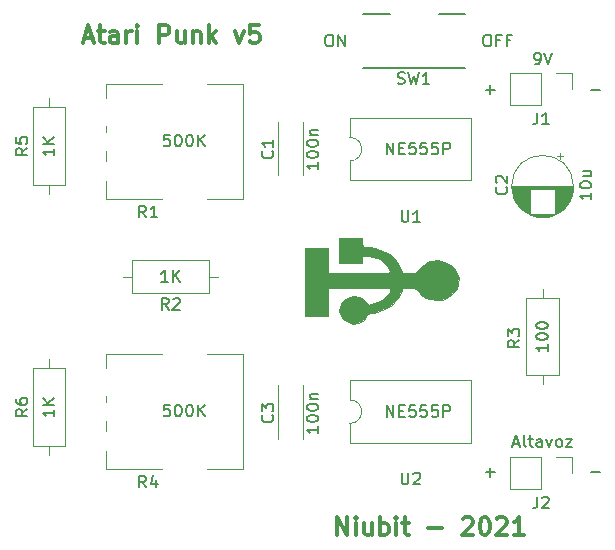
<source format=gbr>
%TF.GenerationSoftware,KiCad,Pcbnew,5.1.6-c6e7f7d~87~ubuntu18.04.1*%
%TF.CreationDate,2021-05-03T12:22:11+02:00*%
%TF.ProjectId,atari_punk,61746172-695f-4707-956e-6b2e6b696361,rev?*%
%TF.SameCoordinates,Original*%
%TF.FileFunction,Legend,Top*%
%TF.FilePolarity,Positive*%
%FSLAX46Y46*%
G04 Gerber Fmt 4.6, Leading zero omitted, Abs format (unit mm)*
G04 Created by KiCad (PCBNEW 5.1.6-c6e7f7d~87~ubuntu18.04.1) date 2021-05-03 12:22:11*
%MOMM*%
%LPD*%
G01*
G04 APERTURE LIST*
%ADD10C,0.150000*%
%ADD11C,0.300000*%
%ADD12C,0.120000*%
%ADD13C,0.010000*%
%ADD14O,2.300000X3.600000*%
%ADD15O,1.600000X2.600000*%
%ADD16R,1.600000X2.600000*%
%ADD17O,1.800000X1.800000*%
%ADD18R,1.800000X1.800000*%
%ADD19O,1.700000X1.700000*%
%ADD20C,1.700000*%
%ADD21R,1.700000X1.700000*%
%ADD22R,1.900000X1.900000*%
%ADD23C,1.900000*%
%ADD24O,3.340000X2.820000*%
G04 APERTURE END LIST*
D10*
X127952619Y-99528380D02*
X128143095Y-99528380D01*
X128238333Y-99576000D01*
X128333571Y-99671238D01*
X128381190Y-99861714D01*
X128381190Y-100195047D01*
X128333571Y-100385523D01*
X128238333Y-100480761D01*
X128143095Y-100528380D01*
X127952619Y-100528380D01*
X127857380Y-100480761D01*
X127762142Y-100385523D01*
X127714523Y-100195047D01*
X127714523Y-99861714D01*
X127762142Y-99671238D01*
X127857380Y-99576000D01*
X127952619Y-99528380D01*
X129143095Y-100004571D02*
X128809761Y-100004571D01*
X128809761Y-100528380D02*
X128809761Y-99528380D01*
X129285952Y-99528380D01*
X130000238Y-100004571D02*
X129666904Y-100004571D01*
X129666904Y-100528380D02*
X129666904Y-99528380D01*
X130143095Y-99528380D01*
X114569952Y-99528380D02*
X114760428Y-99528380D01*
X114855666Y-99576000D01*
X114950904Y-99671238D01*
X114998523Y-99861714D01*
X114998523Y-100195047D01*
X114950904Y-100385523D01*
X114855666Y-100480761D01*
X114760428Y-100528380D01*
X114569952Y-100528380D01*
X114474714Y-100480761D01*
X114379476Y-100385523D01*
X114331857Y-100195047D01*
X114331857Y-99861714D01*
X114379476Y-99671238D01*
X114474714Y-99576000D01*
X114569952Y-99528380D01*
X115427095Y-100528380D02*
X115427095Y-99528380D01*
X115998523Y-100528380D01*
X115998523Y-99528380D01*
D11*
X115332857Y-141902571D02*
X115332857Y-140402571D01*
X116190000Y-141902571D01*
X116190000Y-140402571D01*
X116904285Y-141902571D02*
X116904285Y-140902571D01*
X116904285Y-140402571D02*
X116832857Y-140474000D01*
X116904285Y-140545428D01*
X116975714Y-140474000D01*
X116904285Y-140402571D01*
X116904285Y-140545428D01*
X118261428Y-140902571D02*
X118261428Y-141902571D01*
X117618571Y-140902571D02*
X117618571Y-141688285D01*
X117690000Y-141831142D01*
X117832857Y-141902571D01*
X118047142Y-141902571D01*
X118190000Y-141831142D01*
X118261428Y-141759714D01*
X118975714Y-141902571D02*
X118975714Y-140402571D01*
X118975714Y-140974000D02*
X119118571Y-140902571D01*
X119404285Y-140902571D01*
X119547142Y-140974000D01*
X119618571Y-141045428D01*
X119690000Y-141188285D01*
X119690000Y-141616857D01*
X119618571Y-141759714D01*
X119547142Y-141831142D01*
X119404285Y-141902571D01*
X119118571Y-141902571D01*
X118975714Y-141831142D01*
X120332857Y-141902571D02*
X120332857Y-140902571D01*
X120332857Y-140402571D02*
X120261428Y-140474000D01*
X120332857Y-140545428D01*
X120404285Y-140474000D01*
X120332857Y-140402571D01*
X120332857Y-140545428D01*
X120832857Y-140902571D02*
X121404285Y-140902571D01*
X121047142Y-140402571D02*
X121047142Y-141688285D01*
X121118571Y-141831142D01*
X121261428Y-141902571D01*
X121404285Y-141902571D01*
X123047142Y-141331142D02*
X124190000Y-141331142D01*
X125975714Y-140545428D02*
X126047142Y-140474000D01*
X126190000Y-140402571D01*
X126547142Y-140402571D01*
X126690000Y-140474000D01*
X126761428Y-140545428D01*
X126832857Y-140688285D01*
X126832857Y-140831142D01*
X126761428Y-141045428D01*
X125904285Y-141902571D01*
X126832857Y-141902571D01*
X127761428Y-140402571D02*
X127904285Y-140402571D01*
X128047142Y-140474000D01*
X128118571Y-140545428D01*
X128190000Y-140688285D01*
X128261428Y-140974000D01*
X128261428Y-141331142D01*
X128190000Y-141616857D01*
X128118571Y-141759714D01*
X128047142Y-141831142D01*
X127904285Y-141902571D01*
X127761428Y-141902571D01*
X127618571Y-141831142D01*
X127547142Y-141759714D01*
X127475714Y-141616857D01*
X127404285Y-141331142D01*
X127404285Y-140974000D01*
X127475714Y-140688285D01*
X127547142Y-140545428D01*
X127618571Y-140474000D01*
X127761428Y-140402571D01*
X128832857Y-140545428D02*
X128904285Y-140474000D01*
X129047142Y-140402571D01*
X129404285Y-140402571D01*
X129547142Y-140474000D01*
X129618571Y-140545428D01*
X129690000Y-140688285D01*
X129690000Y-140831142D01*
X129618571Y-141045428D01*
X128761428Y-141902571D01*
X129690000Y-141902571D01*
X131118571Y-141902571D02*
X130261428Y-141902571D01*
X130690000Y-141902571D02*
X130690000Y-140402571D01*
X130547142Y-140616857D01*
X130404285Y-140759714D01*
X130261428Y-140831142D01*
X93917428Y-99818000D02*
X94631714Y-99818000D01*
X93774571Y-100246571D02*
X94274571Y-98746571D01*
X94774571Y-100246571D01*
X95060285Y-99246571D02*
X95631714Y-99246571D01*
X95274571Y-98746571D02*
X95274571Y-100032285D01*
X95346000Y-100175142D01*
X95488857Y-100246571D01*
X95631714Y-100246571D01*
X96774571Y-100246571D02*
X96774571Y-99460857D01*
X96703142Y-99318000D01*
X96560285Y-99246571D01*
X96274571Y-99246571D01*
X96131714Y-99318000D01*
X96774571Y-100175142D02*
X96631714Y-100246571D01*
X96274571Y-100246571D01*
X96131714Y-100175142D01*
X96060285Y-100032285D01*
X96060285Y-99889428D01*
X96131714Y-99746571D01*
X96274571Y-99675142D01*
X96631714Y-99675142D01*
X96774571Y-99603714D01*
X97488857Y-100246571D02*
X97488857Y-99246571D01*
X97488857Y-99532285D02*
X97560285Y-99389428D01*
X97631714Y-99318000D01*
X97774571Y-99246571D01*
X97917428Y-99246571D01*
X98417428Y-100246571D02*
X98417428Y-99246571D01*
X98417428Y-98746571D02*
X98346000Y-98818000D01*
X98417428Y-98889428D01*
X98488857Y-98818000D01*
X98417428Y-98746571D01*
X98417428Y-98889428D01*
X100274571Y-100246571D02*
X100274571Y-98746571D01*
X100846000Y-98746571D01*
X100988857Y-98818000D01*
X101060285Y-98889428D01*
X101131714Y-99032285D01*
X101131714Y-99246571D01*
X101060285Y-99389428D01*
X100988857Y-99460857D01*
X100846000Y-99532285D01*
X100274571Y-99532285D01*
X102417428Y-99246571D02*
X102417428Y-100246571D01*
X101774571Y-99246571D02*
X101774571Y-100032285D01*
X101846000Y-100175142D01*
X101988857Y-100246571D01*
X102203142Y-100246571D01*
X102346000Y-100175142D01*
X102417428Y-100103714D01*
X103131714Y-99246571D02*
X103131714Y-100246571D01*
X103131714Y-99389428D02*
X103203142Y-99318000D01*
X103346000Y-99246571D01*
X103560285Y-99246571D01*
X103703142Y-99318000D01*
X103774571Y-99460857D01*
X103774571Y-100246571D01*
X104488857Y-100246571D02*
X104488857Y-98746571D01*
X104631714Y-99675142D02*
X105060285Y-100246571D01*
X105060285Y-99246571D02*
X104488857Y-99818000D01*
X106703142Y-99246571D02*
X107060285Y-100246571D01*
X107417428Y-99246571D01*
X108703142Y-98746571D02*
X107988857Y-98746571D01*
X107917428Y-99460857D01*
X107988857Y-99389428D01*
X108131714Y-99318000D01*
X108488857Y-99318000D01*
X108631714Y-99389428D01*
X108703142Y-99460857D01*
X108774571Y-99603714D01*
X108774571Y-99960857D01*
X108703142Y-100103714D01*
X108631714Y-100175142D01*
X108488857Y-100246571D01*
X108131714Y-100246571D01*
X107988857Y-100175142D01*
X107917428Y-100103714D01*
D10*
X130238809Y-134151666D02*
X130715000Y-134151666D01*
X130143571Y-134437380D02*
X130476904Y-133437380D01*
X130810238Y-134437380D01*
X131286428Y-134437380D02*
X131191190Y-134389761D01*
X131143571Y-134294523D01*
X131143571Y-133437380D01*
X131524523Y-133770714D02*
X131905476Y-133770714D01*
X131667380Y-133437380D02*
X131667380Y-134294523D01*
X131715000Y-134389761D01*
X131810238Y-134437380D01*
X131905476Y-134437380D01*
X132667380Y-134437380D02*
X132667380Y-133913571D01*
X132619761Y-133818333D01*
X132524523Y-133770714D01*
X132334047Y-133770714D01*
X132238809Y-133818333D01*
X132667380Y-134389761D02*
X132572142Y-134437380D01*
X132334047Y-134437380D01*
X132238809Y-134389761D01*
X132191190Y-134294523D01*
X132191190Y-134199285D01*
X132238809Y-134104047D01*
X132334047Y-134056428D01*
X132572142Y-134056428D01*
X132667380Y-134008809D01*
X133048333Y-133770714D02*
X133286428Y-134437380D01*
X133524523Y-133770714D01*
X134048333Y-134437380D02*
X133953095Y-134389761D01*
X133905476Y-134342142D01*
X133857857Y-134246904D01*
X133857857Y-133961190D01*
X133905476Y-133865952D01*
X133953095Y-133818333D01*
X134048333Y-133770714D01*
X134191190Y-133770714D01*
X134286428Y-133818333D01*
X134334047Y-133865952D01*
X134381666Y-133961190D01*
X134381666Y-134246904D01*
X134334047Y-134342142D01*
X134286428Y-134389761D01*
X134191190Y-134437380D01*
X134048333Y-134437380D01*
X134715000Y-133770714D02*
X135238809Y-133770714D01*
X134715000Y-134437380D01*
X135238809Y-134437380D01*
X136779047Y-136596428D02*
X137540952Y-136596428D01*
X127889047Y-136596428D02*
X128650952Y-136596428D01*
X128270000Y-136977380D02*
X128270000Y-136215476D01*
X132095952Y-102052380D02*
X132286428Y-102052380D01*
X132381666Y-102004761D01*
X132429285Y-101957142D01*
X132524523Y-101814285D01*
X132572142Y-101623809D01*
X132572142Y-101242857D01*
X132524523Y-101147619D01*
X132476904Y-101100000D01*
X132381666Y-101052380D01*
X132191190Y-101052380D01*
X132095952Y-101100000D01*
X132048333Y-101147619D01*
X132000714Y-101242857D01*
X132000714Y-101480952D01*
X132048333Y-101576190D01*
X132095952Y-101623809D01*
X132191190Y-101671428D01*
X132381666Y-101671428D01*
X132476904Y-101623809D01*
X132524523Y-101576190D01*
X132572142Y-101480952D01*
X132857857Y-101052380D02*
X133191190Y-102052380D01*
X133524523Y-101052380D01*
X136779047Y-104211428D02*
X137540952Y-104211428D01*
X127889047Y-104211428D02*
X128650952Y-104211428D01*
X128270000Y-104592380D02*
X128270000Y-103830476D01*
%TO.C,SW1*%
X126125000Y-102376000D02*
X117525000Y-102376000D01*
X126125000Y-97776000D02*
X123925000Y-97776000D01*
X119825000Y-97776000D02*
X117525000Y-97776000D01*
D12*
%TO.C,J2*%
X135188000Y-135322000D02*
X135188000Y-136652000D01*
X133858000Y-135322000D02*
X135188000Y-135322000D01*
X132588000Y-135322000D02*
X132588000Y-137982000D01*
X132588000Y-137982000D02*
X129988000Y-137982000D01*
X132588000Y-135322000D02*
X129988000Y-135322000D01*
X129988000Y-135322000D02*
X129988000Y-137982000D01*
%TO.C,J1*%
X135188000Y-102810000D02*
X135188000Y-104140000D01*
X133858000Y-102810000D02*
X135188000Y-102810000D01*
X132588000Y-102810000D02*
X132588000Y-105470000D01*
X132588000Y-105470000D02*
X129988000Y-105470000D01*
X132588000Y-102810000D02*
X129988000Y-102810000D01*
X129988000Y-102810000D02*
X129988000Y-105470000D01*
%TO.C,R6*%
X90932000Y-127024000D02*
X90932000Y-127794000D01*
X90932000Y-135104000D02*
X90932000Y-134334000D01*
X89562000Y-127794000D02*
X89562000Y-134334000D01*
X92302000Y-127794000D02*
X89562000Y-127794000D01*
X92302000Y-134334000D02*
X92302000Y-127794000D01*
X89562000Y-134334000D02*
X92302000Y-134334000D01*
%TO.C,R5*%
X90932000Y-104926000D02*
X90932000Y-105696000D01*
X90932000Y-113006000D02*
X90932000Y-112236000D01*
X89562000Y-105696000D02*
X89562000Y-112236000D01*
X92302000Y-105696000D02*
X89562000Y-105696000D01*
X92302000Y-112236000D02*
X92302000Y-105696000D01*
X89562000Y-112236000D02*
X92302000Y-112236000D01*
D13*
%TO.C,G\u002A\u002A\u002A*%
G36*
X125600012Y-120596677D02*
G01*
X125446386Y-121036436D01*
X125156827Y-121437209D01*
X124733255Y-121773886D01*
X124594730Y-121851282D01*
X124192090Y-121978983D01*
X123717597Y-122008660D01*
X123234348Y-121944578D01*
X122805438Y-121791002D01*
X122688069Y-121722399D01*
X122443936Y-121529789D01*
X122244018Y-121319045D01*
X122187706Y-121237063D01*
X122104542Y-121108444D01*
X122007823Y-121034422D01*
X121852012Y-120999905D01*
X121591573Y-120989798D01*
X121439894Y-120989202D01*
X121125059Y-120991714D01*
X120939752Y-121009799D01*
X120844168Y-121058242D01*
X120798504Y-121151829D01*
X120778730Y-121234793D01*
X120676875Y-121491111D01*
X120489558Y-121804100D01*
X120256525Y-122116427D01*
X120017519Y-122370759D01*
X119953997Y-122424513D01*
X119589166Y-122655416D01*
X119134729Y-122864427D01*
X118670066Y-123018763D01*
X118372045Y-123077830D01*
X118099440Y-123125045D01*
X117932097Y-123208322D01*
X117805942Y-123363250D01*
X117779376Y-123407049D01*
X117487492Y-123757813D01*
X117123416Y-123959864D01*
X116705262Y-124007733D01*
X116251144Y-123895953D01*
X116213469Y-123879802D01*
X115864343Y-123644008D01*
X115630255Y-123318480D01*
X115521227Y-122940800D01*
X115547284Y-122548549D01*
X115718450Y-122179310D01*
X115749034Y-122138564D01*
X116044211Y-121876455D01*
X116406484Y-121721283D01*
X116796856Y-121671541D01*
X117176330Y-121725722D01*
X117505908Y-121882317D01*
X117746594Y-122139819D01*
X117787204Y-122217355D01*
X117907905Y-122372849D01*
X118018311Y-122395936D01*
X118440180Y-122284116D01*
X118738377Y-122191879D01*
X118954047Y-122099960D01*
X119128335Y-121989093D01*
X119302386Y-121840012D01*
X119396485Y-121750613D01*
X119629109Y-121497631D01*
X119771538Y-121282119D01*
X119803333Y-121173565D01*
X119803333Y-120988667D01*
X114554000Y-120988667D01*
X114554000Y-123359334D01*
X112606667Y-123359334D01*
X112606667Y-117602000D01*
X114554000Y-117602000D01*
X114554000Y-119718667D01*
X117178667Y-119718667D01*
X117914473Y-119718221D01*
X118498432Y-119716189D01*
X118948030Y-119711527D01*
X119280751Y-119703191D01*
X119514081Y-119690138D01*
X119665505Y-119671324D01*
X119752510Y-119645706D01*
X119792579Y-119612241D01*
X119803199Y-119569885D01*
X119803333Y-119562037D01*
X119737111Y-119342242D01*
X119563953Y-119080116D01*
X119322128Y-118820452D01*
X119049903Y-118608040D01*
X118931633Y-118541708D01*
X118670574Y-118438798D01*
X118352153Y-118345975D01*
X118025756Y-118273531D01*
X117740767Y-118231756D01*
X117546571Y-118230942D01*
X117505249Y-118244469D01*
X117456266Y-118351560D01*
X117432975Y-118553594D01*
X117432667Y-118580664D01*
X117432667Y-118872000D01*
X115485333Y-118872000D01*
X115485333Y-116755334D01*
X117422931Y-116755334D01*
X117448965Y-117115167D01*
X117475000Y-117475000D01*
X117992478Y-117532089D01*
X118544476Y-117614063D01*
X118996205Y-117735962D01*
X119415639Y-117918536D01*
X119613551Y-118026935D01*
X120041851Y-118351918D01*
X120415669Y-118780952D01*
X120686433Y-119254951D01*
X120740599Y-119397976D01*
X120846437Y-119718667D01*
X121927393Y-119718667D01*
X122369020Y-119266325D01*
X122649659Y-119001223D01*
X122891538Y-118836224D01*
X123154398Y-118733699D01*
X123257321Y-118706828D01*
X123841032Y-118641796D01*
X124383327Y-118739534D01*
X124816752Y-118949937D01*
X125226074Y-119294560D01*
X125491777Y-119700630D01*
X125615783Y-120143039D01*
X125600012Y-120596677D01*
G37*
X125600012Y-120596677D02*
X125446386Y-121036436D01*
X125156827Y-121437209D01*
X124733255Y-121773886D01*
X124594730Y-121851282D01*
X124192090Y-121978983D01*
X123717597Y-122008660D01*
X123234348Y-121944578D01*
X122805438Y-121791002D01*
X122688069Y-121722399D01*
X122443936Y-121529789D01*
X122244018Y-121319045D01*
X122187706Y-121237063D01*
X122104542Y-121108444D01*
X122007823Y-121034422D01*
X121852012Y-120999905D01*
X121591573Y-120989798D01*
X121439894Y-120989202D01*
X121125059Y-120991714D01*
X120939752Y-121009799D01*
X120844168Y-121058242D01*
X120798504Y-121151829D01*
X120778730Y-121234793D01*
X120676875Y-121491111D01*
X120489558Y-121804100D01*
X120256525Y-122116427D01*
X120017519Y-122370759D01*
X119953997Y-122424513D01*
X119589166Y-122655416D01*
X119134729Y-122864427D01*
X118670066Y-123018763D01*
X118372045Y-123077830D01*
X118099440Y-123125045D01*
X117932097Y-123208322D01*
X117805942Y-123363250D01*
X117779376Y-123407049D01*
X117487492Y-123757813D01*
X117123416Y-123959864D01*
X116705262Y-124007733D01*
X116251144Y-123895953D01*
X116213469Y-123879802D01*
X115864343Y-123644008D01*
X115630255Y-123318480D01*
X115521227Y-122940800D01*
X115547284Y-122548549D01*
X115718450Y-122179310D01*
X115749034Y-122138564D01*
X116044211Y-121876455D01*
X116406484Y-121721283D01*
X116796856Y-121671541D01*
X117176330Y-121725722D01*
X117505908Y-121882317D01*
X117746594Y-122139819D01*
X117787204Y-122217355D01*
X117907905Y-122372849D01*
X118018311Y-122395936D01*
X118440180Y-122284116D01*
X118738377Y-122191879D01*
X118954047Y-122099960D01*
X119128335Y-121989093D01*
X119302386Y-121840012D01*
X119396485Y-121750613D01*
X119629109Y-121497631D01*
X119771538Y-121282119D01*
X119803333Y-121173565D01*
X119803333Y-120988667D01*
X114554000Y-120988667D01*
X114554000Y-123359334D01*
X112606667Y-123359334D01*
X112606667Y-117602000D01*
X114554000Y-117602000D01*
X114554000Y-119718667D01*
X117178667Y-119718667D01*
X117914473Y-119718221D01*
X118498432Y-119716189D01*
X118948030Y-119711527D01*
X119280751Y-119703191D01*
X119514081Y-119690138D01*
X119665505Y-119671324D01*
X119752510Y-119645706D01*
X119792579Y-119612241D01*
X119803199Y-119569885D01*
X119803333Y-119562037D01*
X119737111Y-119342242D01*
X119563953Y-119080116D01*
X119322128Y-118820452D01*
X119049903Y-118608040D01*
X118931633Y-118541708D01*
X118670574Y-118438798D01*
X118352153Y-118345975D01*
X118025756Y-118273531D01*
X117740767Y-118231756D01*
X117546571Y-118230942D01*
X117505249Y-118244469D01*
X117456266Y-118351560D01*
X117432975Y-118553594D01*
X117432667Y-118580664D01*
X117432667Y-118872000D01*
X115485333Y-118872000D01*
X115485333Y-116755334D01*
X117422931Y-116755334D01*
X117448965Y-117115167D01*
X117475000Y-117475000D01*
X117992478Y-117532089D01*
X118544476Y-117614063D01*
X118996205Y-117735962D01*
X119415639Y-117918536D01*
X119613551Y-118026935D01*
X120041851Y-118351918D01*
X120415669Y-118780952D01*
X120686433Y-119254951D01*
X120740599Y-119397976D01*
X120846437Y-119718667D01*
X121927393Y-119718667D01*
X122369020Y-119266325D01*
X122649659Y-119001223D01*
X122891538Y-118836224D01*
X123154398Y-118733699D01*
X123257321Y-118706828D01*
X123841032Y-118641796D01*
X124383327Y-118739534D01*
X124816752Y-118949937D01*
X125226074Y-119294560D01*
X125491777Y-119700630D01*
X125615783Y-120143039D01*
X125600012Y-120596677D01*
D12*
%TO.C,C1*%
X112449000Y-106910000D02*
X112449000Y-111450000D01*
X110309000Y-106910000D02*
X110309000Y-111450000D01*
X112449000Y-106910000D02*
X112434000Y-106910000D01*
X110324000Y-106910000D02*
X110309000Y-106910000D01*
X112449000Y-111450000D02*
X112434000Y-111450000D01*
X110324000Y-111450000D02*
X110309000Y-111450000D01*
%TO.C,C2*%
X135335000Y-112375000D02*
G75*
G03*
X135335000Y-112375000I-2620000J0D01*
G01*
X135295000Y-112375000D02*
X130135000Y-112375000D01*
X135295000Y-112415000D02*
X130135000Y-112415000D01*
X135294000Y-112455000D02*
X130136000Y-112455000D01*
X135293000Y-112495000D02*
X130137000Y-112495000D01*
X135291000Y-112535000D02*
X130139000Y-112535000D01*
X135288000Y-112575000D02*
X130142000Y-112575000D01*
X135284000Y-112615000D02*
X133755000Y-112615000D01*
X131675000Y-112615000D02*
X130146000Y-112615000D01*
X135280000Y-112655000D02*
X133755000Y-112655000D01*
X131675000Y-112655000D02*
X130150000Y-112655000D01*
X135276000Y-112695000D02*
X133755000Y-112695000D01*
X131675000Y-112695000D02*
X130154000Y-112695000D01*
X135271000Y-112735000D02*
X133755000Y-112735000D01*
X131675000Y-112735000D02*
X130159000Y-112735000D01*
X135265000Y-112775000D02*
X133755000Y-112775000D01*
X131675000Y-112775000D02*
X130165000Y-112775000D01*
X135258000Y-112815000D02*
X133755000Y-112815000D01*
X131675000Y-112815000D02*
X130172000Y-112815000D01*
X135251000Y-112855000D02*
X133755000Y-112855000D01*
X131675000Y-112855000D02*
X130179000Y-112855000D01*
X135243000Y-112895000D02*
X133755000Y-112895000D01*
X131675000Y-112895000D02*
X130187000Y-112895000D01*
X135235000Y-112935000D02*
X133755000Y-112935000D01*
X131675000Y-112935000D02*
X130195000Y-112935000D01*
X135226000Y-112975000D02*
X133755000Y-112975000D01*
X131675000Y-112975000D02*
X130204000Y-112975000D01*
X135216000Y-113015000D02*
X133755000Y-113015000D01*
X131675000Y-113015000D02*
X130214000Y-113015000D01*
X135206000Y-113055000D02*
X133755000Y-113055000D01*
X131675000Y-113055000D02*
X130224000Y-113055000D01*
X135195000Y-113096000D02*
X133755000Y-113096000D01*
X131675000Y-113096000D02*
X130235000Y-113096000D01*
X135183000Y-113136000D02*
X133755000Y-113136000D01*
X131675000Y-113136000D02*
X130247000Y-113136000D01*
X135170000Y-113176000D02*
X133755000Y-113176000D01*
X131675000Y-113176000D02*
X130260000Y-113176000D01*
X135157000Y-113216000D02*
X133755000Y-113216000D01*
X131675000Y-113216000D02*
X130273000Y-113216000D01*
X135143000Y-113256000D02*
X133755000Y-113256000D01*
X131675000Y-113256000D02*
X130287000Y-113256000D01*
X135129000Y-113296000D02*
X133755000Y-113296000D01*
X131675000Y-113296000D02*
X130301000Y-113296000D01*
X135113000Y-113336000D02*
X133755000Y-113336000D01*
X131675000Y-113336000D02*
X130317000Y-113336000D01*
X135097000Y-113376000D02*
X133755000Y-113376000D01*
X131675000Y-113376000D02*
X130333000Y-113376000D01*
X135080000Y-113416000D02*
X133755000Y-113416000D01*
X131675000Y-113416000D02*
X130350000Y-113416000D01*
X135063000Y-113456000D02*
X133755000Y-113456000D01*
X131675000Y-113456000D02*
X130367000Y-113456000D01*
X135044000Y-113496000D02*
X133755000Y-113496000D01*
X131675000Y-113496000D02*
X130386000Y-113496000D01*
X135025000Y-113536000D02*
X133755000Y-113536000D01*
X131675000Y-113536000D02*
X130405000Y-113536000D01*
X135005000Y-113576000D02*
X133755000Y-113576000D01*
X131675000Y-113576000D02*
X130425000Y-113576000D01*
X134983000Y-113616000D02*
X133755000Y-113616000D01*
X131675000Y-113616000D02*
X130447000Y-113616000D01*
X134962000Y-113656000D02*
X133755000Y-113656000D01*
X131675000Y-113656000D02*
X130468000Y-113656000D01*
X134939000Y-113696000D02*
X133755000Y-113696000D01*
X131675000Y-113696000D02*
X130491000Y-113696000D01*
X134915000Y-113736000D02*
X133755000Y-113736000D01*
X131675000Y-113736000D02*
X130515000Y-113736000D01*
X134890000Y-113776000D02*
X133755000Y-113776000D01*
X131675000Y-113776000D02*
X130540000Y-113776000D01*
X134864000Y-113816000D02*
X133755000Y-113816000D01*
X131675000Y-113816000D02*
X130566000Y-113816000D01*
X134837000Y-113856000D02*
X133755000Y-113856000D01*
X131675000Y-113856000D02*
X130593000Y-113856000D01*
X134810000Y-113896000D02*
X133755000Y-113896000D01*
X131675000Y-113896000D02*
X130620000Y-113896000D01*
X134780000Y-113936000D02*
X133755000Y-113936000D01*
X131675000Y-113936000D02*
X130650000Y-113936000D01*
X134750000Y-113976000D02*
X133755000Y-113976000D01*
X131675000Y-113976000D02*
X130680000Y-113976000D01*
X134719000Y-114016000D02*
X133755000Y-114016000D01*
X131675000Y-114016000D02*
X130711000Y-114016000D01*
X134686000Y-114056000D02*
X133755000Y-114056000D01*
X131675000Y-114056000D02*
X130744000Y-114056000D01*
X134652000Y-114096000D02*
X133755000Y-114096000D01*
X131675000Y-114096000D02*
X130778000Y-114096000D01*
X134616000Y-114136000D02*
X133755000Y-114136000D01*
X131675000Y-114136000D02*
X130814000Y-114136000D01*
X134579000Y-114176000D02*
X133755000Y-114176000D01*
X131675000Y-114176000D02*
X130851000Y-114176000D01*
X134541000Y-114216000D02*
X133755000Y-114216000D01*
X131675000Y-114216000D02*
X130889000Y-114216000D01*
X134500000Y-114256000D02*
X133755000Y-114256000D01*
X131675000Y-114256000D02*
X130930000Y-114256000D01*
X134458000Y-114296000D02*
X133755000Y-114296000D01*
X131675000Y-114296000D02*
X130972000Y-114296000D01*
X134414000Y-114336000D02*
X133755000Y-114336000D01*
X131675000Y-114336000D02*
X131016000Y-114336000D01*
X134368000Y-114376000D02*
X133755000Y-114376000D01*
X131675000Y-114376000D02*
X131062000Y-114376000D01*
X134320000Y-114416000D02*
X133755000Y-114416000D01*
X131675000Y-114416000D02*
X131110000Y-114416000D01*
X134269000Y-114456000D02*
X133755000Y-114456000D01*
X131675000Y-114456000D02*
X131161000Y-114456000D01*
X134215000Y-114496000D02*
X133755000Y-114496000D01*
X131675000Y-114496000D02*
X131215000Y-114496000D01*
X134158000Y-114536000D02*
X133755000Y-114536000D01*
X131675000Y-114536000D02*
X131272000Y-114536000D01*
X134098000Y-114576000D02*
X133755000Y-114576000D01*
X131675000Y-114576000D02*
X131332000Y-114576000D01*
X134034000Y-114616000D02*
X133755000Y-114616000D01*
X131675000Y-114616000D02*
X131396000Y-114616000D01*
X133966000Y-114656000D02*
X133755000Y-114656000D01*
X131675000Y-114656000D02*
X131464000Y-114656000D01*
X133893000Y-114696000D02*
X131537000Y-114696000D01*
X133813000Y-114736000D02*
X131617000Y-114736000D01*
X133726000Y-114776000D02*
X131704000Y-114776000D01*
X133630000Y-114816000D02*
X131800000Y-114816000D01*
X133520000Y-114856000D02*
X131910000Y-114856000D01*
X133392000Y-114896000D02*
X132038000Y-114896000D01*
X133233000Y-114936000D02*
X132197000Y-114936000D01*
X132999000Y-114976000D02*
X132431000Y-114976000D01*
X134190000Y-109570225D02*
X134190000Y-110070225D01*
X134440000Y-109820225D02*
X133940000Y-109820225D01*
%TO.C,C3*%
X112434000Y-129215000D02*
X112449000Y-129215000D01*
X110309000Y-129215000D02*
X110324000Y-129215000D01*
X112434000Y-133755000D02*
X112449000Y-133755000D01*
X110309000Y-133755000D02*
X110324000Y-133755000D01*
X112449000Y-133755000D02*
X112449000Y-129215000D01*
X110309000Y-133755000D02*
X110309000Y-129215000D01*
%TO.C,R1*%
X107339000Y-113415000D02*
X107339000Y-103675000D01*
X95749000Y-113415000D02*
X95749000Y-111925000D01*
X104279000Y-113415000D02*
X107339000Y-113415000D01*
X95749000Y-103665000D02*
X100469000Y-103665000D01*
X104279000Y-103675000D02*
X107339000Y-103675000D01*
X95749000Y-113415000D02*
X100469000Y-113415000D01*
X95749000Y-104855000D02*
X95749000Y-103675000D01*
X95749000Y-107755000D02*
X95749000Y-107225000D01*
X95749000Y-110205000D02*
X95749000Y-109375000D01*
%TO.C,R2*%
X104489000Y-121385000D02*
X104489000Y-118645000D01*
X104489000Y-118645000D02*
X97949000Y-118645000D01*
X97949000Y-118645000D02*
X97949000Y-121385000D01*
X97949000Y-121385000D02*
X104489000Y-121385000D01*
X105259000Y-120015000D02*
X104489000Y-120015000D01*
X97179000Y-120015000D02*
X97949000Y-120015000D01*
%TO.C,R3*%
X132715000Y-121055000D02*
X132715000Y-121825000D01*
X132715000Y-129135000D02*
X132715000Y-128365000D01*
X131345000Y-121825000D02*
X131345000Y-128365000D01*
X134085000Y-121825000D02*
X131345000Y-121825000D01*
X134085000Y-128365000D02*
X134085000Y-121825000D01*
X131345000Y-128365000D02*
X134085000Y-128365000D01*
%TO.C,R4*%
X95749000Y-133065000D02*
X95749000Y-132235000D01*
X95749000Y-130615000D02*
X95749000Y-130085000D01*
X95749000Y-127715000D02*
X95749000Y-126535000D01*
X95749000Y-136275000D02*
X100469000Y-136275000D01*
X104279000Y-126535000D02*
X107339000Y-126535000D01*
X95749000Y-126525000D02*
X100469000Y-126525000D01*
X104279000Y-136275000D02*
X107339000Y-136275000D01*
X95749000Y-136275000D02*
X95749000Y-134785000D01*
X107339000Y-136275000D02*
X107339000Y-126535000D01*
%TO.C,U1*%
X116399000Y-110220000D02*
X116399000Y-111870000D01*
X116399000Y-111870000D02*
X126679000Y-111870000D01*
X126679000Y-111870000D02*
X126679000Y-106570000D01*
X126679000Y-106570000D02*
X116399000Y-106570000D01*
X116399000Y-106570000D02*
X116399000Y-108220000D01*
X116399000Y-108220000D02*
G75*
G02*
X116399000Y-110220000I0J-1000000D01*
G01*
%TO.C,U2*%
X116399000Y-128795000D02*
X116399000Y-130445000D01*
X126679000Y-128795000D02*
X116399000Y-128795000D01*
X126679000Y-134095000D02*
X126679000Y-128795000D01*
X116399000Y-134095000D02*
X126679000Y-134095000D01*
X116399000Y-132445000D02*
X116399000Y-134095000D01*
X116399000Y-130445000D02*
G75*
G02*
X116399000Y-132445000I0J-1000000D01*
G01*
%TO.C,SW1*%
D10*
X120459666Y-103655761D02*
X120602523Y-103703380D01*
X120840619Y-103703380D01*
X120935857Y-103655761D01*
X120983476Y-103608142D01*
X121031095Y-103512904D01*
X121031095Y-103417666D01*
X120983476Y-103322428D01*
X120935857Y-103274809D01*
X120840619Y-103227190D01*
X120650142Y-103179571D01*
X120554904Y-103131952D01*
X120507285Y-103084333D01*
X120459666Y-102989095D01*
X120459666Y-102893857D01*
X120507285Y-102798619D01*
X120554904Y-102751000D01*
X120650142Y-102703380D01*
X120888238Y-102703380D01*
X121031095Y-102751000D01*
X121364428Y-102703380D02*
X121602523Y-103703380D01*
X121793000Y-102989095D01*
X121983476Y-103703380D01*
X122221571Y-102703380D01*
X123126333Y-103703380D02*
X122554904Y-103703380D01*
X122840619Y-103703380D02*
X122840619Y-102703380D01*
X122745380Y-102846238D01*
X122650142Y-102941476D01*
X122554904Y-102989095D01*
%TO.C,J2*%
X132254666Y-138644380D02*
X132254666Y-139358666D01*
X132207047Y-139501523D01*
X132111809Y-139596761D01*
X131968952Y-139644380D01*
X131873714Y-139644380D01*
X132683238Y-138739619D02*
X132730857Y-138692000D01*
X132826095Y-138644380D01*
X133064190Y-138644380D01*
X133159428Y-138692000D01*
X133207047Y-138739619D01*
X133254666Y-138834857D01*
X133254666Y-138930095D01*
X133207047Y-139072952D01*
X132635619Y-139644380D01*
X133254666Y-139644380D01*
%TO.C,J1*%
X132254666Y-106132380D02*
X132254666Y-106846666D01*
X132207047Y-106989523D01*
X132111809Y-107084761D01*
X131968952Y-107132380D01*
X131873714Y-107132380D01*
X133254666Y-107132380D02*
X132683238Y-107132380D01*
X132968952Y-107132380D02*
X132968952Y-106132380D01*
X132873714Y-106275238D01*
X132778476Y-106370476D01*
X132683238Y-106418095D01*
%TO.C,R6*%
X89098380Y-131230666D02*
X88622190Y-131564000D01*
X89098380Y-131802095D02*
X88098380Y-131802095D01*
X88098380Y-131421142D01*
X88146000Y-131325904D01*
X88193619Y-131278285D01*
X88288857Y-131230666D01*
X88431714Y-131230666D01*
X88526952Y-131278285D01*
X88574571Y-131325904D01*
X88622190Y-131421142D01*
X88622190Y-131802095D01*
X88098380Y-130373523D02*
X88098380Y-130564000D01*
X88146000Y-130659238D01*
X88193619Y-130706857D01*
X88336476Y-130802095D01*
X88526952Y-130849714D01*
X88907904Y-130849714D01*
X89003142Y-130802095D01*
X89050761Y-130754476D01*
X89098380Y-130659238D01*
X89098380Y-130468761D01*
X89050761Y-130373523D01*
X89003142Y-130325904D01*
X88907904Y-130278285D01*
X88669809Y-130278285D01*
X88574571Y-130325904D01*
X88526952Y-130373523D01*
X88479333Y-130468761D01*
X88479333Y-130659238D01*
X88526952Y-130754476D01*
X88574571Y-130802095D01*
X88669809Y-130849714D01*
X91384380Y-131278285D02*
X91384380Y-131849714D01*
X91384380Y-131564000D02*
X90384380Y-131564000D01*
X90527238Y-131659238D01*
X90622476Y-131754476D01*
X90670095Y-131849714D01*
X91384380Y-130849714D02*
X90384380Y-130849714D01*
X91384380Y-130278285D02*
X90812952Y-130706857D01*
X90384380Y-130278285D02*
X90955809Y-130849714D01*
%TO.C,R5*%
X89098380Y-109132666D02*
X88622190Y-109466000D01*
X89098380Y-109704095D02*
X88098380Y-109704095D01*
X88098380Y-109323142D01*
X88146000Y-109227904D01*
X88193619Y-109180285D01*
X88288857Y-109132666D01*
X88431714Y-109132666D01*
X88526952Y-109180285D01*
X88574571Y-109227904D01*
X88622190Y-109323142D01*
X88622190Y-109704095D01*
X88098380Y-108227904D02*
X88098380Y-108704095D01*
X88574571Y-108751714D01*
X88526952Y-108704095D01*
X88479333Y-108608857D01*
X88479333Y-108370761D01*
X88526952Y-108275523D01*
X88574571Y-108227904D01*
X88669809Y-108180285D01*
X88907904Y-108180285D01*
X89003142Y-108227904D01*
X89050761Y-108275523D01*
X89098380Y-108370761D01*
X89098380Y-108608857D01*
X89050761Y-108704095D01*
X89003142Y-108751714D01*
X91384380Y-109180285D02*
X91384380Y-109751714D01*
X91384380Y-109466000D02*
X90384380Y-109466000D01*
X90527238Y-109561238D01*
X90622476Y-109656476D01*
X90670095Y-109751714D01*
X91384380Y-108751714D02*
X90384380Y-108751714D01*
X91384380Y-108180285D02*
X90812952Y-108608857D01*
X90384380Y-108180285D02*
X90955809Y-108751714D01*
%TO.C,C1*%
X109831142Y-109386666D02*
X109878761Y-109434285D01*
X109926380Y-109577142D01*
X109926380Y-109672380D01*
X109878761Y-109815238D01*
X109783523Y-109910476D01*
X109688285Y-109958095D01*
X109497809Y-110005714D01*
X109354952Y-110005714D01*
X109164476Y-109958095D01*
X109069238Y-109910476D01*
X108974000Y-109815238D01*
X108926380Y-109672380D01*
X108926380Y-109577142D01*
X108974000Y-109434285D01*
X109021619Y-109386666D01*
X109926380Y-108434285D02*
X109926380Y-109005714D01*
X109926380Y-108720000D02*
X108926380Y-108720000D01*
X109069238Y-108815238D01*
X109164476Y-108910476D01*
X109212095Y-109005714D01*
X113736380Y-110339047D02*
X113736380Y-110910476D01*
X113736380Y-110624761D02*
X112736380Y-110624761D01*
X112879238Y-110720000D01*
X112974476Y-110815238D01*
X113022095Y-110910476D01*
X112736380Y-109720000D02*
X112736380Y-109624761D01*
X112784000Y-109529523D01*
X112831619Y-109481904D01*
X112926857Y-109434285D01*
X113117333Y-109386666D01*
X113355428Y-109386666D01*
X113545904Y-109434285D01*
X113641142Y-109481904D01*
X113688761Y-109529523D01*
X113736380Y-109624761D01*
X113736380Y-109720000D01*
X113688761Y-109815238D01*
X113641142Y-109862857D01*
X113545904Y-109910476D01*
X113355428Y-109958095D01*
X113117333Y-109958095D01*
X112926857Y-109910476D01*
X112831619Y-109862857D01*
X112784000Y-109815238D01*
X112736380Y-109720000D01*
X112736380Y-108767619D02*
X112736380Y-108672380D01*
X112784000Y-108577142D01*
X112831619Y-108529523D01*
X112926857Y-108481904D01*
X113117333Y-108434285D01*
X113355428Y-108434285D01*
X113545904Y-108481904D01*
X113641142Y-108529523D01*
X113688761Y-108577142D01*
X113736380Y-108672380D01*
X113736380Y-108767619D01*
X113688761Y-108862857D01*
X113641142Y-108910476D01*
X113545904Y-108958095D01*
X113355428Y-109005714D01*
X113117333Y-109005714D01*
X112926857Y-108958095D01*
X112831619Y-108910476D01*
X112784000Y-108862857D01*
X112736380Y-108767619D01*
X113069714Y-108005714D02*
X113736380Y-108005714D01*
X113164952Y-108005714D02*
X113117333Y-107958095D01*
X113069714Y-107862857D01*
X113069714Y-107720000D01*
X113117333Y-107624761D01*
X113212571Y-107577142D01*
X113736380Y-107577142D01*
%TO.C,C2*%
X129643142Y-112434666D02*
X129690761Y-112482285D01*
X129738380Y-112625142D01*
X129738380Y-112720380D01*
X129690761Y-112863238D01*
X129595523Y-112958476D01*
X129500285Y-113006095D01*
X129309809Y-113053714D01*
X129166952Y-113053714D01*
X128976476Y-113006095D01*
X128881238Y-112958476D01*
X128786000Y-112863238D01*
X128738380Y-112720380D01*
X128738380Y-112625142D01*
X128786000Y-112482285D01*
X128833619Y-112434666D01*
X128833619Y-112053714D02*
X128786000Y-112006095D01*
X128738380Y-111910857D01*
X128738380Y-111672761D01*
X128786000Y-111577523D01*
X128833619Y-111529904D01*
X128928857Y-111482285D01*
X129024095Y-111482285D01*
X129166952Y-111529904D01*
X129738380Y-112101333D01*
X129738380Y-111482285D01*
X136850380Y-112910857D02*
X136850380Y-113482285D01*
X136850380Y-113196571D02*
X135850380Y-113196571D01*
X135993238Y-113291809D01*
X136088476Y-113387047D01*
X136136095Y-113482285D01*
X135850380Y-112291809D02*
X135850380Y-112196571D01*
X135898000Y-112101333D01*
X135945619Y-112053714D01*
X136040857Y-112006095D01*
X136231333Y-111958476D01*
X136469428Y-111958476D01*
X136659904Y-112006095D01*
X136755142Y-112053714D01*
X136802761Y-112101333D01*
X136850380Y-112196571D01*
X136850380Y-112291809D01*
X136802761Y-112387047D01*
X136755142Y-112434666D01*
X136659904Y-112482285D01*
X136469428Y-112529904D01*
X136231333Y-112529904D01*
X136040857Y-112482285D01*
X135945619Y-112434666D01*
X135898000Y-112387047D01*
X135850380Y-112291809D01*
X136183714Y-111101333D02*
X136850380Y-111101333D01*
X136183714Y-111529904D02*
X136707523Y-111529904D01*
X136802761Y-111482285D01*
X136850380Y-111387047D01*
X136850380Y-111244190D01*
X136802761Y-111148952D01*
X136755142Y-111101333D01*
%TO.C,C3*%
X109831142Y-131738666D02*
X109878761Y-131786285D01*
X109926380Y-131929142D01*
X109926380Y-132024380D01*
X109878761Y-132167238D01*
X109783523Y-132262476D01*
X109688285Y-132310095D01*
X109497809Y-132357714D01*
X109354952Y-132357714D01*
X109164476Y-132310095D01*
X109069238Y-132262476D01*
X108974000Y-132167238D01*
X108926380Y-132024380D01*
X108926380Y-131929142D01*
X108974000Y-131786285D01*
X109021619Y-131738666D01*
X108926380Y-131405333D02*
X108926380Y-130786285D01*
X109307333Y-131119619D01*
X109307333Y-130976761D01*
X109354952Y-130881523D01*
X109402571Y-130833904D01*
X109497809Y-130786285D01*
X109735904Y-130786285D01*
X109831142Y-130833904D01*
X109878761Y-130881523D01*
X109926380Y-130976761D01*
X109926380Y-131262476D01*
X109878761Y-131357714D01*
X109831142Y-131405333D01*
X113736380Y-132691047D02*
X113736380Y-133262476D01*
X113736380Y-132976761D02*
X112736380Y-132976761D01*
X112879238Y-133072000D01*
X112974476Y-133167238D01*
X113022095Y-133262476D01*
X112736380Y-132072000D02*
X112736380Y-131976761D01*
X112784000Y-131881523D01*
X112831619Y-131833904D01*
X112926857Y-131786285D01*
X113117333Y-131738666D01*
X113355428Y-131738666D01*
X113545904Y-131786285D01*
X113641142Y-131833904D01*
X113688761Y-131881523D01*
X113736380Y-131976761D01*
X113736380Y-132072000D01*
X113688761Y-132167238D01*
X113641142Y-132214857D01*
X113545904Y-132262476D01*
X113355428Y-132310095D01*
X113117333Y-132310095D01*
X112926857Y-132262476D01*
X112831619Y-132214857D01*
X112784000Y-132167238D01*
X112736380Y-132072000D01*
X112736380Y-131119619D02*
X112736380Y-131024380D01*
X112784000Y-130929142D01*
X112831619Y-130881523D01*
X112926857Y-130833904D01*
X113117333Y-130786285D01*
X113355428Y-130786285D01*
X113545904Y-130833904D01*
X113641142Y-130881523D01*
X113688761Y-130929142D01*
X113736380Y-131024380D01*
X113736380Y-131119619D01*
X113688761Y-131214857D01*
X113641142Y-131262476D01*
X113545904Y-131310095D01*
X113355428Y-131357714D01*
X113117333Y-131357714D01*
X112926857Y-131310095D01*
X112831619Y-131262476D01*
X112784000Y-131214857D01*
X112736380Y-131119619D01*
X113069714Y-130357714D02*
X113736380Y-130357714D01*
X113164952Y-130357714D02*
X113117333Y-130310095D01*
X113069714Y-130214857D01*
X113069714Y-130072000D01*
X113117333Y-129976761D01*
X113212571Y-129929142D01*
X113736380Y-129929142D01*
%TO.C,R1*%
X99147333Y-115006380D02*
X98814000Y-114530190D01*
X98575904Y-115006380D02*
X98575904Y-114006380D01*
X98956857Y-114006380D01*
X99052095Y-114054000D01*
X99099714Y-114101619D01*
X99147333Y-114196857D01*
X99147333Y-114339714D01*
X99099714Y-114434952D01*
X99052095Y-114482571D01*
X98956857Y-114530190D01*
X98575904Y-114530190D01*
X100099714Y-115006380D02*
X99528285Y-115006380D01*
X99814000Y-115006380D02*
X99814000Y-114006380D01*
X99718761Y-114149238D01*
X99623523Y-114244476D01*
X99528285Y-114292095D01*
X101154714Y-107997380D02*
X100678523Y-107997380D01*
X100630904Y-108473571D01*
X100678523Y-108425952D01*
X100773761Y-108378333D01*
X101011857Y-108378333D01*
X101107095Y-108425952D01*
X101154714Y-108473571D01*
X101202333Y-108568809D01*
X101202333Y-108806904D01*
X101154714Y-108902142D01*
X101107095Y-108949761D01*
X101011857Y-108997380D01*
X100773761Y-108997380D01*
X100678523Y-108949761D01*
X100630904Y-108902142D01*
X101821380Y-107997380D02*
X101916619Y-107997380D01*
X102011857Y-108045000D01*
X102059476Y-108092619D01*
X102107095Y-108187857D01*
X102154714Y-108378333D01*
X102154714Y-108616428D01*
X102107095Y-108806904D01*
X102059476Y-108902142D01*
X102011857Y-108949761D01*
X101916619Y-108997380D01*
X101821380Y-108997380D01*
X101726142Y-108949761D01*
X101678523Y-108902142D01*
X101630904Y-108806904D01*
X101583285Y-108616428D01*
X101583285Y-108378333D01*
X101630904Y-108187857D01*
X101678523Y-108092619D01*
X101726142Y-108045000D01*
X101821380Y-107997380D01*
X102773761Y-107997380D02*
X102869000Y-107997380D01*
X102964238Y-108045000D01*
X103011857Y-108092619D01*
X103059476Y-108187857D01*
X103107095Y-108378333D01*
X103107095Y-108616428D01*
X103059476Y-108806904D01*
X103011857Y-108902142D01*
X102964238Y-108949761D01*
X102869000Y-108997380D01*
X102773761Y-108997380D01*
X102678523Y-108949761D01*
X102630904Y-108902142D01*
X102583285Y-108806904D01*
X102535666Y-108616428D01*
X102535666Y-108378333D01*
X102583285Y-108187857D01*
X102630904Y-108092619D01*
X102678523Y-108045000D01*
X102773761Y-107997380D01*
X103535666Y-108997380D02*
X103535666Y-107997380D01*
X104107095Y-108997380D02*
X103678523Y-108425952D01*
X104107095Y-107997380D02*
X103535666Y-108568809D01*
%TO.C,R2*%
X101052333Y-122837380D02*
X100719000Y-122361190D01*
X100480904Y-122837380D02*
X100480904Y-121837380D01*
X100861857Y-121837380D01*
X100957095Y-121885000D01*
X101004714Y-121932619D01*
X101052333Y-122027857D01*
X101052333Y-122170714D01*
X101004714Y-122265952D01*
X100957095Y-122313571D01*
X100861857Y-122361190D01*
X100480904Y-122361190D01*
X101433285Y-121932619D02*
X101480904Y-121885000D01*
X101576142Y-121837380D01*
X101814238Y-121837380D01*
X101909476Y-121885000D01*
X101957095Y-121932619D01*
X102004714Y-122027857D01*
X102004714Y-122123095D01*
X101957095Y-122265952D01*
X101385666Y-122837380D01*
X102004714Y-122837380D01*
X101004714Y-120467380D02*
X100433285Y-120467380D01*
X100719000Y-120467380D02*
X100719000Y-119467380D01*
X100623761Y-119610238D01*
X100528523Y-119705476D01*
X100433285Y-119753095D01*
X101433285Y-120467380D02*
X101433285Y-119467380D01*
X102004714Y-120467380D02*
X101576142Y-119895952D01*
X102004714Y-119467380D02*
X101433285Y-120038809D01*
%TO.C,R3*%
X130754380Y-125388666D02*
X130278190Y-125722000D01*
X130754380Y-125960095D02*
X129754380Y-125960095D01*
X129754380Y-125579142D01*
X129802000Y-125483904D01*
X129849619Y-125436285D01*
X129944857Y-125388666D01*
X130087714Y-125388666D01*
X130182952Y-125436285D01*
X130230571Y-125483904D01*
X130278190Y-125579142D01*
X130278190Y-125960095D01*
X129754380Y-125055333D02*
X129754380Y-124436285D01*
X130135333Y-124769619D01*
X130135333Y-124626761D01*
X130182952Y-124531523D01*
X130230571Y-124483904D01*
X130325809Y-124436285D01*
X130563904Y-124436285D01*
X130659142Y-124483904D01*
X130706761Y-124531523D01*
X130754380Y-124626761D01*
X130754380Y-124912476D01*
X130706761Y-125007714D01*
X130659142Y-125055333D01*
X133167380Y-125761666D02*
X133167380Y-126333095D01*
X133167380Y-126047380D02*
X132167380Y-126047380D01*
X132310238Y-126142619D01*
X132405476Y-126237857D01*
X132453095Y-126333095D01*
X132167380Y-125142619D02*
X132167380Y-125047380D01*
X132215000Y-124952142D01*
X132262619Y-124904523D01*
X132357857Y-124856904D01*
X132548333Y-124809285D01*
X132786428Y-124809285D01*
X132976904Y-124856904D01*
X133072142Y-124904523D01*
X133119761Y-124952142D01*
X133167380Y-125047380D01*
X133167380Y-125142619D01*
X133119761Y-125237857D01*
X133072142Y-125285476D01*
X132976904Y-125333095D01*
X132786428Y-125380714D01*
X132548333Y-125380714D01*
X132357857Y-125333095D01*
X132262619Y-125285476D01*
X132215000Y-125237857D01*
X132167380Y-125142619D01*
X132167380Y-124190238D02*
X132167380Y-124095000D01*
X132215000Y-123999761D01*
X132262619Y-123952142D01*
X132357857Y-123904523D01*
X132548333Y-123856904D01*
X132786428Y-123856904D01*
X132976904Y-123904523D01*
X133072142Y-123952142D01*
X133119761Y-123999761D01*
X133167380Y-124095000D01*
X133167380Y-124190238D01*
X133119761Y-124285476D01*
X133072142Y-124333095D01*
X132976904Y-124380714D01*
X132786428Y-124428333D01*
X132548333Y-124428333D01*
X132357857Y-124380714D01*
X132262619Y-124333095D01*
X132215000Y-124285476D01*
X132167380Y-124190238D01*
%TO.C,R4*%
X99147333Y-137866380D02*
X98814000Y-137390190D01*
X98575904Y-137866380D02*
X98575904Y-136866380D01*
X98956857Y-136866380D01*
X99052095Y-136914000D01*
X99099714Y-136961619D01*
X99147333Y-137056857D01*
X99147333Y-137199714D01*
X99099714Y-137294952D01*
X99052095Y-137342571D01*
X98956857Y-137390190D01*
X98575904Y-137390190D01*
X100004476Y-137199714D02*
X100004476Y-137866380D01*
X99766380Y-136818761D02*
X99528285Y-137533047D01*
X100147333Y-137533047D01*
X101154714Y-130857380D02*
X100678523Y-130857380D01*
X100630904Y-131333571D01*
X100678523Y-131285952D01*
X100773761Y-131238333D01*
X101011857Y-131238333D01*
X101107095Y-131285952D01*
X101154714Y-131333571D01*
X101202333Y-131428809D01*
X101202333Y-131666904D01*
X101154714Y-131762142D01*
X101107095Y-131809761D01*
X101011857Y-131857380D01*
X100773761Y-131857380D01*
X100678523Y-131809761D01*
X100630904Y-131762142D01*
X101821380Y-130857380D02*
X101916619Y-130857380D01*
X102011857Y-130905000D01*
X102059476Y-130952619D01*
X102107095Y-131047857D01*
X102154714Y-131238333D01*
X102154714Y-131476428D01*
X102107095Y-131666904D01*
X102059476Y-131762142D01*
X102011857Y-131809761D01*
X101916619Y-131857380D01*
X101821380Y-131857380D01*
X101726142Y-131809761D01*
X101678523Y-131762142D01*
X101630904Y-131666904D01*
X101583285Y-131476428D01*
X101583285Y-131238333D01*
X101630904Y-131047857D01*
X101678523Y-130952619D01*
X101726142Y-130905000D01*
X101821380Y-130857380D01*
X102773761Y-130857380D02*
X102869000Y-130857380D01*
X102964238Y-130905000D01*
X103011857Y-130952619D01*
X103059476Y-131047857D01*
X103107095Y-131238333D01*
X103107095Y-131476428D01*
X103059476Y-131666904D01*
X103011857Y-131762142D01*
X102964238Y-131809761D01*
X102869000Y-131857380D01*
X102773761Y-131857380D01*
X102678523Y-131809761D01*
X102630904Y-131762142D01*
X102583285Y-131666904D01*
X102535666Y-131476428D01*
X102535666Y-131238333D01*
X102583285Y-131047857D01*
X102630904Y-130952619D01*
X102678523Y-130905000D01*
X102773761Y-130857380D01*
X103535666Y-131857380D02*
X103535666Y-130857380D01*
X104107095Y-131857380D02*
X103678523Y-131285952D01*
X104107095Y-130857380D02*
X103535666Y-131428809D01*
%TO.C,U1*%
X120777095Y-114387380D02*
X120777095Y-115196904D01*
X120824714Y-115292142D01*
X120872333Y-115339761D01*
X120967571Y-115387380D01*
X121158047Y-115387380D01*
X121253285Y-115339761D01*
X121300904Y-115292142D01*
X121348523Y-115196904D01*
X121348523Y-114387380D01*
X122348523Y-115387380D02*
X121777095Y-115387380D01*
X122062809Y-115387380D02*
X122062809Y-114387380D01*
X121967571Y-114530238D01*
X121872333Y-114625476D01*
X121777095Y-114673095D01*
X119507333Y-109672380D02*
X119507333Y-108672380D01*
X120078761Y-109672380D01*
X120078761Y-108672380D01*
X120554952Y-109148571D02*
X120888285Y-109148571D01*
X121031142Y-109672380D02*
X120554952Y-109672380D01*
X120554952Y-108672380D01*
X121031142Y-108672380D01*
X121935904Y-108672380D02*
X121459714Y-108672380D01*
X121412095Y-109148571D01*
X121459714Y-109100952D01*
X121554952Y-109053333D01*
X121793047Y-109053333D01*
X121888285Y-109100952D01*
X121935904Y-109148571D01*
X121983523Y-109243809D01*
X121983523Y-109481904D01*
X121935904Y-109577142D01*
X121888285Y-109624761D01*
X121793047Y-109672380D01*
X121554952Y-109672380D01*
X121459714Y-109624761D01*
X121412095Y-109577142D01*
X122888285Y-108672380D02*
X122412095Y-108672380D01*
X122364476Y-109148571D01*
X122412095Y-109100952D01*
X122507333Y-109053333D01*
X122745428Y-109053333D01*
X122840666Y-109100952D01*
X122888285Y-109148571D01*
X122935904Y-109243809D01*
X122935904Y-109481904D01*
X122888285Y-109577142D01*
X122840666Y-109624761D01*
X122745428Y-109672380D01*
X122507333Y-109672380D01*
X122412095Y-109624761D01*
X122364476Y-109577142D01*
X123840666Y-108672380D02*
X123364476Y-108672380D01*
X123316857Y-109148571D01*
X123364476Y-109100952D01*
X123459714Y-109053333D01*
X123697809Y-109053333D01*
X123793047Y-109100952D01*
X123840666Y-109148571D01*
X123888285Y-109243809D01*
X123888285Y-109481904D01*
X123840666Y-109577142D01*
X123793047Y-109624761D01*
X123697809Y-109672380D01*
X123459714Y-109672380D01*
X123364476Y-109624761D01*
X123316857Y-109577142D01*
X124316857Y-109672380D02*
X124316857Y-108672380D01*
X124697809Y-108672380D01*
X124793047Y-108720000D01*
X124840666Y-108767619D01*
X124888285Y-108862857D01*
X124888285Y-109005714D01*
X124840666Y-109100952D01*
X124793047Y-109148571D01*
X124697809Y-109196190D01*
X124316857Y-109196190D01*
%TO.C,U2*%
X120777095Y-136612380D02*
X120777095Y-137421904D01*
X120824714Y-137517142D01*
X120872333Y-137564761D01*
X120967571Y-137612380D01*
X121158047Y-137612380D01*
X121253285Y-137564761D01*
X121300904Y-137517142D01*
X121348523Y-137421904D01*
X121348523Y-136612380D01*
X121777095Y-136707619D02*
X121824714Y-136660000D01*
X121919952Y-136612380D01*
X122158047Y-136612380D01*
X122253285Y-136660000D01*
X122300904Y-136707619D01*
X122348523Y-136802857D01*
X122348523Y-136898095D01*
X122300904Y-137040952D01*
X121729476Y-137612380D01*
X122348523Y-137612380D01*
X119507333Y-131897380D02*
X119507333Y-130897380D01*
X120078761Y-131897380D01*
X120078761Y-130897380D01*
X120554952Y-131373571D02*
X120888285Y-131373571D01*
X121031142Y-131897380D02*
X120554952Y-131897380D01*
X120554952Y-130897380D01*
X121031142Y-130897380D01*
X121935904Y-130897380D02*
X121459714Y-130897380D01*
X121412095Y-131373571D01*
X121459714Y-131325952D01*
X121554952Y-131278333D01*
X121793047Y-131278333D01*
X121888285Y-131325952D01*
X121935904Y-131373571D01*
X121983523Y-131468809D01*
X121983523Y-131706904D01*
X121935904Y-131802142D01*
X121888285Y-131849761D01*
X121793047Y-131897380D01*
X121554952Y-131897380D01*
X121459714Y-131849761D01*
X121412095Y-131802142D01*
X122888285Y-130897380D02*
X122412095Y-130897380D01*
X122364476Y-131373571D01*
X122412095Y-131325952D01*
X122507333Y-131278333D01*
X122745428Y-131278333D01*
X122840666Y-131325952D01*
X122888285Y-131373571D01*
X122935904Y-131468809D01*
X122935904Y-131706904D01*
X122888285Y-131802142D01*
X122840666Y-131849761D01*
X122745428Y-131897380D01*
X122507333Y-131897380D01*
X122412095Y-131849761D01*
X122364476Y-131802142D01*
X123840666Y-130897380D02*
X123364476Y-130897380D01*
X123316857Y-131373571D01*
X123364476Y-131325952D01*
X123459714Y-131278333D01*
X123697809Y-131278333D01*
X123793047Y-131325952D01*
X123840666Y-131373571D01*
X123888285Y-131468809D01*
X123888285Y-131706904D01*
X123840666Y-131802142D01*
X123793047Y-131849761D01*
X123697809Y-131897380D01*
X123459714Y-131897380D01*
X123364476Y-131849761D01*
X123316857Y-131802142D01*
X124316857Y-131897380D02*
X124316857Y-130897380D01*
X124697809Y-130897380D01*
X124793047Y-130945000D01*
X124840666Y-130992619D01*
X124888285Y-131087857D01*
X124888285Y-131230714D01*
X124840666Y-131325952D01*
X124793047Y-131373571D01*
X124697809Y-131421190D01*
X124316857Y-131421190D01*
%TD*%
%LPC*%
D14*
%TO.C,SW1*%
X117725000Y-100076000D03*
X125925000Y-100076000D03*
D15*
X119825000Y-100076000D03*
X121825000Y-100076000D03*
D16*
X123825000Y-100076000D03*
%TD*%
D17*
%TO.C,J2*%
X131318000Y-136652000D03*
D18*
X133858000Y-136652000D03*
%TD*%
D17*
%TO.C,J1*%
X131318000Y-104140000D03*
D18*
X133858000Y-104140000D03*
%TD*%
D19*
%TO.C,R6*%
X90932000Y-125984000D03*
D20*
X90932000Y-136144000D03*
%TD*%
D19*
%TO.C,R5*%
X90932000Y-103886000D03*
D20*
X90932000Y-114046000D03*
%TD*%
%TO.C,C1*%
X111379000Y-106680000D03*
X111379000Y-111680000D03*
%TD*%
D21*
%TO.C,C2*%
X132715000Y-111125000D03*
D20*
X132715000Y-113625000D03*
%TD*%
%TO.C,C3*%
X111379000Y-128985000D03*
X111379000Y-133985000D03*
%TD*%
D22*
%TO.C,R1*%
X94869000Y-106045000D03*
D23*
X94869000Y-108545000D03*
X94869000Y-111045000D03*
D24*
X102369000Y-113345000D03*
X102369000Y-103745000D03*
%TD*%
D20*
%TO.C,R2*%
X106299000Y-120015000D03*
D19*
X96139000Y-120015000D03*
%TD*%
%TO.C,R3*%
X132715000Y-120015000D03*
D20*
X132715000Y-130175000D03*
%TD*%
D24*
%TO.C,R4*%
X102369000Y-126605000D03*
X102369000Y-136205000D03*
D23*
X94869000Y-133905000D03*
X94869000Y-131405000D03*
D22*
X94869000Y-128905000D03*
%TD*%
D21*
%TO.C,U1*%
X117729000Y-113030000D03*
D19*
X125349000Y-105410000D03*
X120269000Y-113030000D03*
X122809000Y-105410000D03*
X122809000Y-113030000D03*
X120269000Y-105410000D03*
X125349000Y-113030000D03*
X117729000Y-105410000D03*
%TD*%
%TO.C,U2*%
X117729000Y-127635000D03*
X125349000Y-135255000D03*
X120269000Y-127635000D03*
X122809000Y-135255000D03*
X122809000Y-127635000D03*
X120269000Y-135255000D03*
X125349000Y-127635000D03*
D21*
X117729000Y-135255000D03*
%TD*%
M02*

</source>
